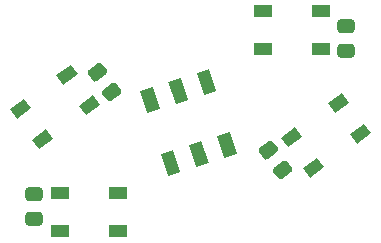
<source format=gbr>
%TF.GenerationSoftware,KiCad,Pcbnew,5.1.8*%
%TF.CreationDate,2021-01-17T11:33:33-05:00*%
%TF.ProjectId,penroserombus_thin_40mm,70656e72-6f73-4657-926f-6d6275735f74,rev?*%
%TF.SameCoordinates,Original*%
%TF.FileFunction,Paste,Top*%
%TF.FilePolarity,Positive*%
%FSLAX46Y46*%
G04 Gerber Fmt 4.6, Leading zero omitted, Abs format (unit mm)*
G04 Created by KiCad (PCBNEW 5.1.8) date 2021-01-17 11:33:33*
%MOMM*%
%LPD*%
G01*
G04 APERTURE LIST*
%ADD10C,0.100000*%
%ADD11R,1.500000X1.000000*%
G04 APERTURE END LIST*
D10*
%TO.C,D4*%
G36*
X169698497Y-73500189D02*
G01*
X170286282Y-74309206D01*
X169072757Y-75190883D01*
X168484972Y-74381866D01*
X169698497Y-73500189D01*
G37*
G36*
X167817584Y-70911335D02*
G01*
X168405369Y-71720352D01*
X167191844Y-72602029D01*
X166604059Y-71793012D01*
X167817584Y-70911335D01*
G37*
G36*
X165734314Y-76380337D02*
G01*
X166322099Y-77189354D01*
X165108574Y-78071031D01*
X164520789Y-77262014D01*
X165734314Y-76380337D01*
G37*
G36*
X163853401Y-73791483D02*
G01*
X164441186Y-74600500D01*
X163227661Y-75482177D01*
X162639876Y-74673160D01*
X163853401Y-73791483D01*
G37*
%TD*%
%TO.C,C1*%
G36*
G01*
X147581220Y-70620256D02*
X148349787Y-70061860D01*
G75*
G02*
X148698987Y-70117168I146946J-202254D01*
G01*
X149095742Y-70663254D01*
G75*
G02*
X149040434Y-71012454I-202254J-146946D01*
G01*
X148271867Y-71570850D01*
G75*
G02*
X147922667Y-71515542I-146946J202254D01*
G01*
X147525912Y-70969456D01*
G75*
G02*
X147581220Y-70620256I202254J146946D01*
G01*
G37*
G36*
G01*
X146361566Y-68941546D02*
X147130133Y-68383150D01*
G75*
G02*
X147479333Y-68438458I146946J-202254D01*
G01*
X147876088Y-68984544D01*
G75*
G02*
X147820780Y-69333744I-202254J-146946D01*
G01*
X147052213Y-69892140D01*
G75*
G02*
X146703013Y-69836832I-146946J202254D01*
G01*
X146306258Y-69290746D01*
G75*
G02*
X146361566Y-68941546I202254J146946D01*
G01*
G37*
%TD*%
%TO.C,SW1*%
G36*
X155493295Y-69189402D02*
G01*
X156539458Y-68849484D01*
X157142041Y-70704044D01*
X156095878Y-71043962D01*
X155493295Y-69189402D01*
G37*
G36*
X153115654Y-69961944D02*
G01*
X154161817Y-69622026D01*
X154764400Y-71476586D01*
X153718237Y-71816504D01*
X153115654Y-69961944D01*
G37*
G36*
X150738013Y-70734487D02*
G01*
X151784176Y-70394569D01*
X152386759Y-72249129D01*
X151340596Y-72589047D01*
X150738013Y-70734487D01*
G37*
G36*
X157239241Y-74562871D02*
G01*
X158285404Y-74222953D01*
X158887987Y-76077513D01*
X157841824Y-76417431D01*
X157239241Y-74562871D01*
G37*
G36*
X154861600Y-75335414D02*
G01*
X155907763Y-74995496D01*
X156510346Y-76850056D01*
X155464183Y-77189974D01*
X154861600Y-75335414D01*
G37*
G36*
X152483959Y-76107956D02*
G01*
X153530122Y-75768038D01*
X154132705Y-77622598D01*
X153086542Y-77962516D01*
X152483959Y-76107956D01*
G37*
%TD*%
D11*
%TO.C,D1*%
X161116375Y-63976046D03*
X161116375Y-67176046D03*
X166016375Y-63976046D03*
X166016375Y-67176046D03*
%TD*%
%TO.C,D2*%
X143942394Y-79412545D03*
X143942394Y-82612545D03*
X148842394Y-79412545D03*
X148842394Y-82612545D03*
%TD*%
%TO.C,C4*%
G36*
G01*
X163518434Y-77616454D02*
X162749867Y-78174850D01*
G75*
G02*
X162400667Y-78119542I-146946J202254D01*
G01*
X162003912Y-77573456D01*
G75*
G02*
X162059220Y-77224256I202254J146946D01*
G01*
X162827787Y-76665860D01*
G75*
G02*
X163176987Y-76721168I146946J-202254D01*
G01*
X163573742Y-77267254D01*
G75*
G02*
X163518434Y-77616454I-202254J-146946D01*
G01*
G37*
G36*
G01*
X162298780Y-75937744D02*
X161530213Y-76496140D01*
G75*
G02*
X161181013Y-76440832I-146946J202254D01*
G01*
X160784258Y-75894746D01*
G75*
G02*
X160839566Y-75545546I202254J146946D01*
G01*
X161608133Y-74987150D01*
G75*
G02*
X161957333Y-75042458I146946J-202254D01*
G01*
X162354088Y-75588544D01*
G75*
G02*
X162298780Y-75937744I-202254J-146946D01*
G01*
G37*
%TD*%
%TO.C,C3*%
G36*
G01*
X142207000Y-80068000D02*
X141257000Y-80068000D01*
G75*
G02*
X141007000Y-79818000I0J250000D01*
G01*
X141007000Y-79143000D01*
G75*
G02*
X141257000Y-78893000I250000J0D01*
G01*
X142207000Y-78893000D01*
G75*
G02*
X142457000Y-79143000I0J-250000D01*
G01*
X142457000Y-79818000D01*
G75*
G02*
X142207000Y-80068000I-250000J0D01*
G01*
G37*
G36*
G01*
X142207000Y-82143000D02*
X141257000Y-82143000D01*
G75*
G02*
X141007000Y-81893000I0J250000D01*
G01*
X141007000Y-81218000D01*
G75*
G02*
X141257000Y-80968000I250000J0D01*
G01*
X142207000Y-80968000D01*
G75*
G02*
X142457000Y-81218000I0J-250000D01*
G01*
X142457000Y-81893000D01*
G75*
G02*
X142207000Y-82143000I-250000J0D01*
G01*
G37*
%TD*%
%TO.C,C2*%
G36*
G01*
X167673000Y-64669000D02*
X168623000Y-64669000D01*
G75*
G02*
X168873000Y-64919000I0J-250000D01*
G01*
X168873000Y-65594000D01*
G75*
G02*
X168623000Y-65844000I-250000J0D01*
G01*
X167673000Y-65844000D01*
G75*
G02*
X167423000Y-65594000I0J250000D01*
G01*
X167423000Y-64919000D01*
G75*
G02*
X167673000Y-64669000I250000J0D01*
G01*
G37*
G36*
G01*
X167673000Y-66744000D02*
X168623000Y-66744000D01*
G75*
G02*
X168873000Y-66994000I0J-250000D01*
G01*
X168873000Y-67669000D01*
G75*
G02*
X168623000Y-67919000I-250000J0D01*
G01*
X167673000Y-67919000D01*
G75*
G02*
X167423000Y-67669000I0J250000D01*
G01*
X167423000Y-66994000D01*
G75*
G02*
X167673000Y-66744000I250000J0D01*
G01*
G37*
%TD*%
D10*
%TO.C,D3*%
G36*
X146105368Y-72797107D02*
G01*
X145517583Y-71988090D01*
X146731108Y-71106413D01*
X147318893Y-71915430D01*
X146105368Y-72797107D01*
G37*
G36*
X144224455Y-70208253D02*
G01*
X143636670Y-69399236D01*
X144850195Y-68517559D01*
X145437980Y-69326576D01*
X144224455Y-70208253D01*
G37*
G36*
X142141185Y-75677255D02*
G01*
X141553400Y-74868238D01*
X142766925Y-73986561D01*
X143354710Y-74795578D01*
X142141185Y-75677255D01*
G37*
G36*
X140260272Y-73088401D02*
G01*
X139672487Y-72279384D01*
X140886012Y-71397707D01*
X141473797Y-72206724D01*
X140260272Y-73088401D01*
G37*
%TD*%
M02*

</source>
